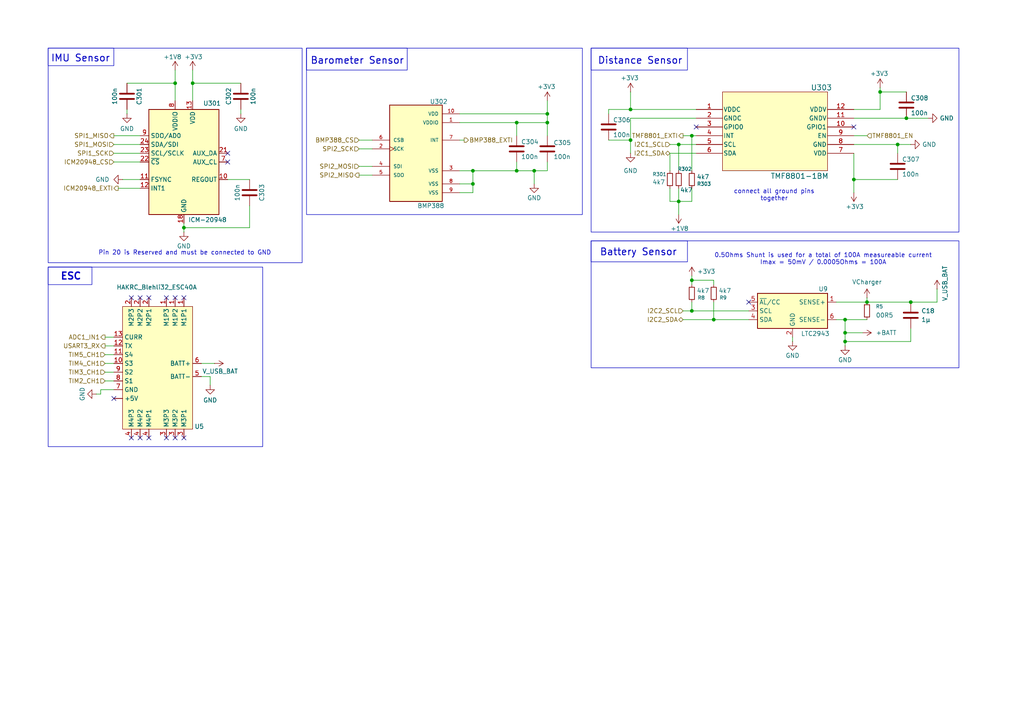
<source format=kicad_sch>
(kicad_sch (version 20250114) (generator "eeschema") (generator_version "9.0")
  (paper "A4")
  (lib_symbols
    (symbol "Battery_Management:LTC2942"
      (property "Reference" "U" (at -10.16 6.35 0))
      (property "Value" "LTC2942" (at 10.16 6.35 0))
      (symbol "LTC2942_0_1"
        (rectangle (start -10.16 5.08) (end 10.16 -5.08) (stroke (width 0.254)) (fill (type background)))
      )
      (symbol "LTC2942_1_1"
        (pin bidirectional line (at -12.7 2.54 0) (length 2.54) (name "~{AL}/CC") (number "5"))
        (pin input line (at -12.7 0 0) (length 2.54) (name "SCL") (number "3"))
        (pin bidirectional line (at -12.7 -2.54 0) (length 2.54) (name "SDA") (number "4"))
        (pin power_in line (at 0 -7.62 90) (length 2.54) (name "GND") (number "2"))
        (pin passive line (at 12.7 2.54 180) (length 2.54) (name "SENSE+") (number "1"))
        (pin passive line (at 12.7 -2.54 180) (length 2.54) (name "SENSE-") (number "6"))
      )
    )
    (symbol "Device:C" (pin_numbers (hide yes)) (pin_names (offset 0.254))
      (property "Reference" "C" (at 0.635 2.54 0))
      (property "Value" "C" (at 0.635 -2.54 0))
      (symbol "C_0_1"
        (polyline (pts (xy -2.032 0.762) (xy 2.032 0.762)) (stroke (width 0.508)))
        (polyline (pts (xy -2.032 -0.762) (xy 2.032 -0.762)) (stroke (width 0.508)))
      )
      (symbol "C_1_1"
        (pin passive line (at 0 3.81 270) (length 2.794) (name "~") (number "1"))
        (pin passive line (at 0 -3.81 90) (length 2.794) (name "~") (number "2"))
      )
    )
    (symbol "Device:R_Small" (pin_numbers (hide yes)) (pin_names (offset 0.254) (hide yes))
      (property "Reference" "R" (at 0 0 90))
      (property "Value" "R_Small" (at 1.778 0 90))
      (symbol "R_Small_0_1"
        (rectangle (start -0.762 1.778) (end 0.762 -1.778) (stroke (width 0.2032)))
      )
      (symbol "R_Small_1_1"
        (pin passive line (at 0 2.54 270) (length 0.762) (name "~") (number "1"))
        (pin passive line (at 0 -2.54 90) (length 0.762) (name "~") (number "2"))
      )
    )
    (symbol "Sensor_Motion:ICM-20948"
      (property "Reference" "U" (at -11.43 16.51 0))
      (property "Value" "ICM-20948" (at 7.62 -16.51 0))
      (symbol "ICM-20948_0_1"
        (rectangle (start -10.16 15.24) (end 10.16 -15.24) (stroke (width 0.254)) (fill (type background)))
      )
      (symbol "ICM-20948_1_1"
        (pin bidirectional line (at -12.7 7.62 0) (length 2.54) (name "SDO/AD0") (number "9"))
        (pin bidirectional line (at -12.7 5.08 0) (length 2.54) (name "SDA/SDI") (number "24"))
        (pin input line (at -12.7 2.54 0) (length 2.54) (name "SCL/SCLK") (number "23"))
        (pin input line (at -12.7 0 0) (length 2.54) (name "~{CS}") (number "22"))
        (pin input line (at -12.7 -5.08 0) (length 2.54) (name "FSYNC") (number "11"))
        (pin output line (at -12.7 -7.62 0) (length 2.54) (name "INT1") (number "12"))
        (pin no_connect line (at -10.16 12.7 0) (length 2.54) (hide yes) (name "NC") (number "1"))
        (pin no_connect line (at -10.16 10.16 0) (length 2.54) (hide yes) (name "NC") (number "2"))
        (pin no_connect line (at -10.16 -2.54 0) (length 2.54) (hide yes) (name "NC") (number "3"))
        (pin no_connect line (at -10.16 -10.16 0) (length 2.54) (hide yes) (name "NC") (number "4"))
        (pin no_connect line (at -10.16 -12.7 0) (length 2.54) (hide yes) (name "NC") (number "5"))
        (pin power_in line (at -2.54 17.78 270) (length 2.54) (name "VDDIO") (number "8"))
        (pin power_in line (at 0 -17.78 90) (length 2.54) (name "GND") (number "18"))
        (pin passive line (at 0 -17.78 90) (length 2.54) (hide yes) (name "GND") (number "20"))
        (pin power_in line (at 2.54 17.78 270) (length 2.54) (name "VDD") (number "13"))
        (pin no_connect line (at 10.16 10.16 180) (length 2.54) (hide yes) (name "NC") (number "6"))
        (pin no_connect line (at 10.16 7.62 180) (length 2.54) (hide yes) (name "NC") (number "14"))
        (pin no_connect line (at 10.16 5.08 180) (length 2.54) (hide yes) (name "NC") (number "15"))
        (pin no_connect line (at 10.16 -7.62 180) (length 2.54) (hide yes) (name "NC") (number "16"))
        (pin no_connect line (at 10.16 -10.16 180) (length 2.54) (hide yes) (name "NC") (number "17"))
        (pin no_connect line (at 10.16 -12.7 180) (length 2.54) (hide yes) (name "RESV") (number "19"))
        (pin bidirectional line (at 12.7 2.54 180) (length 2.54) (name "AUX_DA") (number "21"))
        (pin output line (at 12.7 0 180) (length 2.54) (name "AUX_CL") (number "7"))
        (pin passive line (at 12.7 -5.08 180) (length 2.54) (name "REGOUT") (number "10"))
      )
    )
    (symbol "power:+1V8" (power) (pin_numbers (hide yes)) (pin_names (offset 0) (hide yes))
      (property "Value" "+1V8" (at 0 3.556 0))
      (symbol "+1V8_0_1"
        (polyline (pts (xy -0.762 1.27) (xy 0 2.54)))
        (polyline (pts (xy 0 2.54) (xy 0.762 1.27)))
        (polyline (pts (xy 0 0) (xy 0 2.54)))
      )
      (symbol "+1V8_1_1"
        (pin power_in line (at 0 0 90) (length 0) (name "~") (number "1"))
      )
    )
    (symbol "power:+3.3V" (power) (pin_numbers (hide yes)) (pin_names (offset 0) (hide yes))
      (property "Value" "+3.3V" (at 0 3.556 0))
      (symbol "+3.3V_0_1"
        (polyline (pts (xy -0.762 1.27) (xy 0 2.54)))
        (polyline (pts (xy 0 2.54) (xy 0.762 1.27)))
        (polyline (pts (xy 0 0) (xy 0 2.54)))
      )
      (symbol "+3.3V_1_1"
        (pin power_in line (at 0 0 90) (length 0) (name "~") (number "1"))
      )
    )
    (symbol "power:+BATT" (power) (pin_numbers (hide yes)) (pin_names (offset 0) (hide yes))
      (property "Value" "+BATT" (at 0 3.556 0))
      (symbol "+BATT_0_1"
        (polyline (pts (xy -0.762 1.27) (xy 0 2.54)))
        (polyline (pts (xy 0 2.54) (xy 0.762 1.27)))
        (polyline (pts (xy 0 0) (xy 0 2.54)))
      )
      (symbol "+BATT_1_1"
        (pin power_in line (at 0 0 90) (length 0) (name "~") (number "1"))
      )
    )
    (symbol "power:GND" (power) (pin_numbers (hide yes)) (pin_names (offset 0) (hide yes))
      (property "Value" "GND" (at 0 -3.81 0))
      (symbol "GND_0_1"
        (polyline (pts (xy 0 0) (xy 0 -1.27) (xy 1.27 -1.27) (xy 0 -2.54) (xy -1.27 -1.27) (xy 0 -1.27)))
      )
      (symbol "GND_1_1"
        (pin power_in line (at 0 0 270) (length 0) (name "~") (number "1"))
      )
    )
    (symbol "power:LINE" (power) (pin_numbers (hide yes)) (pin_names (offset 0) (hide yes))
      (property "Value" "LINE" (at 0 3.556 0))
      (symbol "LINE_0_1"
        (polyline (pts (xy -0.762 1.27) (xy 0 2.54)))
        (polyline (pts (xy 0 2.54) (xy 0.762 1.27)))
        (polyline (pts (xy 0 0) (xy 0 2.54)))
      )
      (symbol "LINE_1_1"
        (pin power_in line (at 0 0 90) (length 0) (name "~") (number "1"))
      )
    )
    (symbol "power:VCC" (power) (pin_numbers (hide yes)) (pin_names (offset 0) (hide yes))
      (property "Value" "VCC" (at 0 3.556 0))
      (symbol "VCC_0_1"
        (polyline (pts (xy -0.762 1.27) (xy 0 2.54)))
        (polyline (pts (xy 0 2.54) (xy 0.762 1.27)))
        (polyline (pts (xy 0 0) (xy 0 2.54)))
      )
      (symbol "VCC_1_1"
        (pin power_in line (at 0 0 90) (length 0) (name "~") (number "1"))
      )
    )
    (symbol "shopie-hwLibrary:BMP388" (pin_names (offset 1.016))
      (property "Reference" "U?" (at 6.604 16.256 0))
      (property "Value" "BMP388" (at 4.318 -13.97 0))
      (symbol "BMP388_0_0"
        (rectangle (start -7.62 15.24) (end 7.62 -12.7) (stroke (width 0.254)) (fill (type background)))
        (pin input line (at -12.7 5.08 0) (length 5.08) (name "CSB") (number "6"))
        (pin input clock (at -12.7 2.54 0) (length 5.08) (name "SCK") (number "2"))
        (pin bidirectional line (at -12.7 -2.54 0) (length 5.08) (name "SDI") (number "4"))
        (pin bidirectional line (at -12.7 -5.08 0) (length 5.08) (name "SDO") (number "5"))
        (pin power_in line (at 12.7 12.7 180) (length 5.08) (name "VDD") (number "10"))
        (pin power_in line (at 12.7 10.16 180) (length 5.08) (name "VDDIO") (number "1"))
        (pin output line (at 12.7 5.08 180) (length 5.08) (name "INT") (number "7"))
        (pin power_in line (at 12.7 -3.81 180) (length 5.08) (name "VSS") (number "3"))
        (pin power_in line (at 12.7 -7.62 180) (length 5.08) (name "VSS") (number "8"))
        (pin power_in line (at 12.7 -10.16 180) (length 5.08) (name "VSS") (number "9"))
      )
    )
    (symbol "shopie-hwLibrary:HAKRC_Blehli32_ESC40A"
      (property "Reference" "U" (at 12.954 -11.43 0))
      (property "Value" "HAKRC_Blehli32_ESC40A" (at 0 0 0))
      (symbol "HAKRC_Blehli32_ESC40A_1_1"
        (rectangle (start -17.78 10.16) (end 17.78 -10.16) (fill (type background)))
        (pin input line (at -20.32 7.62 0) (length 2.54) (name "M4P3") (number "4"))
        (pin input line (at -20.32 5.08 0) (length 2.54) (name "M4P2") (number "4"))
        (pin input line (at -20.32 2.54 0) (length 2.54) (name "M4P1") (number "4"))
        (pin input line (at -20.32 -2.54 0) (length 2.54) (name "M3P3") (number "3"))
        (pin input line (at -20.32 -5.08 0) (length 2.54) (name "M3P2") (number "3"))
        (pin input line (at -20.32 -7.62 0) (length 2.54) (name "M3P1") (number "3"))
        (pin power_out line (at -8.89 12.7 270) (length 2.54) (name "+5V") (number ""))
        (pin power_in line (at -6.35 12.7 270) (length 2.54) (name "GND") (number "7"))
        (pin input line (at -3.81 12.7 270) (length 2.54) (name "S1") (number "8"))
        (pin input line (at -2.54 -12.7 90) (length 2.54) (name "BATT-") (number "5"))
        (pin input line (at -1.27 12.7 270) (length 2.54) (name "S2") (number "9"))
        (pin input line (at 1.27 12.7 270) (length 2.54) (name "S3") (number "10"))
        (pin input line (at 1.27 -12.7 90) (length 2.54) (name "BATT+") (number "6"))
        (pin input line (at 3.81 12.7 270) (length 2.54) (name "S4") (number "11"))
        (pin output line (at 6.35 12.7 270) (length 2.54) (name "TX") (number "12"))
        (pin output line (at 8.89 12.7 270) (length 2.54) (name "CURR") (number "13"))
        (pin input line (at 20.32 7.62 180) (length 2.54) (name "M2P3") (number "2"))
        (pin input line (at 20.32 5.08 180) (length 2.54) (name "M2P2") (number "2"))
        (pin input line (at 20.32 2.54 180) (length 2.54) (name "M2P1") (number "2"))
        (pin input line (at 20.32 -2.54 180) (length 2.54) (name "M1P3") (number "1"))
        (pin input line (at 20.32 -5.08 180) (length 2.54) (name "M1P2") (number "1"))
        (pin input line (at 20.32 -7.62 180) (length 2.54) (name "M1P1") (number "1"))
      )
    )
    (symbol "shopie-hwLibrary:TMF8801-1BM" (pin_names (offset 0.254))
      (property "Reference" "U303" (at 36.322 6.35 0))
      (property "Value" "TMF8801-1BM" (at 29.972 -19.304 0))
      (symbol "TMF8801-1BM_1_1"
        (rectangle (start 7.62 5.08) (end 38.1 -17.78) (fill (type background)))
        (pin power_in line (at 0 0 0) (length 7.62) (name "VDDC") (number "1"))
        (pin power_in line (at 0 -2.54 0) (length 7.62) (name "GNDC") (number "2"))
        (pin bidirectional line (at 0 -5.08 0) (length 7.62) (name "GPIO0") (number "3"))
        (pin output line (at 0 -7.62 0) (length 7.62) (name "INT") (number "4"))
        (pin input line (at 0 -10.16 0) (length 7.62) (name "SCL") (number "5"))
        (pin bidirectional line (at 0 -12.7 0) (length 7.62) (name "SDA") (number "6"))
        (pin power_in line (at 45.72 0 180) (length 7.62) (name "VDDV") (number "12"))
        (pin power_in line (at 45.72 -2.54 180) (length 7.62) (name "GNDV") (number "11"))
        (pin bidirectional line (at 45.72 -5.08 180) (length 7.62) (name "GPIO1") (number "10"))
        (pin input line (at 45.72 -7.62 180) (length 7.62) (name "EN") (number "9"))
        (pin power_in line (at 45.72 -10.16 180) (length 7.62) (name "GND") (number "8"))
        (pin power_in line (at 45.72 -12.7 180) (length 7.62) (name "VDD") (number "7"))
      )
    )
  )
  (rectangle (start 171.45 13.97) (end 199.39 20.32))
  (rectangle (start 88.9 13.97) (end 118.11 20.32))
  (rectangle (start 171.45 69.85) (end 199.39 75.946))
  (rectangle (start 13.97 77.47) (end 26.67 82.55))
  (rectangle (start 171.45 13.97) (end 278.13 67.31))
  (rectangle (start 171.45 69.85) (end 278.13 106.68))
  (rectangle (start 13.97 13.97) (end 87.63 76.2))
  (rectangle (start 88.9 13.97) (end 168.91 62.23))
  (rectangle (start 13.97 77.47) (end 76.2 129.54))
  (rectangle (start 13.97 13.97) (end 33.02 19.05))
  (text "Pin 20 is Reserved and must be connected to GND\n" (at 53.594 73.406 0) (effects (font (size 1.27 1.27) (thickness 0.1588))))
  (text "connect all ground pins\ntogether" (at 224.536 56.642 0) (effects (font (size 1.27 1.27))))
  (text "IMU Sensor\n" (at 23.368 17.018 0) (effects (font (size 2 2) (thickness 0.254) (bold yes))))
  (text "Barometer Sensor\n\n" (at 103.632 19.304 0) (effects (font (size 2 2) (thickness 0.254) (bold yes))))
  (text "ESC\n" (at 20.574 80.264 0) (effects (font (size 2 2) (thickness 0.4) (bold yes))))
  (text "Battery Sensor\n\n\n" (at 185.166 76.454 0) (effects (font (size 2 2) (thickness 0.254) (bold yes))))
  (text "Distance Sensor\n\n" (at 185.674 19.304 0) (effects (font (size 2 2) (thickness 0.254) (bold yes))))
  (text "0.5Ohms Shunt is used for a total of 100A measureable current\nImax = 50mV / 0.0005Ohms = 100A" (at 238.76 75.184 0) (effects (font (size 1.27 1.27))))
  (junction (at 264.16 87.63))
  (junction (at 262.89 34.29))
  (junction (at 245.11 96.52))
  (junction (at 196.85 58.42))
  (junction (at 137.16 53.34))
  (junction (at 182.88 40.64))
  (junction (at 200.66 39.37))
  (junction (at 55.88 24.13))
  (junction (at 149.86 49.53))
  (junction (at 158.75 35.56))
  (junction (at 154.94 49.53))
  (junction (at 260.35 41.91))
  (junction (at 182.88 31.75))
  (junction (at 158.75 33.02))
  (junction (at 200.66 81.28))
  (junction (at 53.34 66.04))
  (junction (at 149.86 35.56))
  (junction (at 247.65 52.07))
  (junction (at 207.01 92.71))
  (junction (at 137.16 49.53))
  (junction (at 200.66 90.17))
  (junction (at 245.11 99.06))
  (junction (at 50.8 24.13))
  (junction (at 255.27 26.67))
  (junction (at 196.85 41.91))
  (junction (at 251.46 87.63))
  (junction (at 245.11 92.71))
  (no_connect (at 217.17 87.63))
  (no_connect (at 66.04 44.45))
  (no_connect (at 66.04 46.99))
  (no_connect (at 33.02 115.57))
  (no_connect (at 40.64 127))
  (no_connect (at 247.65 36.83))
  (no_connect (at 53.34 86.36))
  (no_connect (at 40.64 86.36))
  (no_connect (at 50.8 127))
  (no_connect (at 43.18 86.36))
  (no_connect (at 38.1 86.36))
  (no_connect (at 48.26 127))
  (no_connect (at 201.93 36.83))
  (no_connect (at 53.34 127))
  (no_connect (at 48.26 86.36))
  (no_connect (at 50.8 86.36))
  (no_connect (at 43.18 127))
  (no_connect (at 38.1 127))
  (wire (pts (xy 182.88 31.75) (xy 201.93 31.75)))
  (wire (pts (xy 255.27 26.67) (xy 255.27 31.75)))
  (wire (pts (xy 158.75 35.56) (xy 158.75 33.02)))
  (wire (pts (xy 33.02 44.45) (xy 40.64 44.45)))
  (wire (pts (xy 245.11 92.71) (xy 251.46 92.71)))
  (wire (pts (xy 154.94 49.53) (xy 154.94 53.34)))
  (wire (pts (xy 30.48 102.87) (xy 33.02 102.87)))
  (wire (pts (xy 35.56 52.07) (xy 40.64 52.07)))
  (wire (pts (xy 137.16 55.88) (xy 137.16 53.34)))
  (wire (pts (xy 194.31 58.42) (xy 196.85 58.42)))
  (wire (pts (xy 182.88 34.29) (xy 201.93 34.29)))
  (wire (pts (xy 154.94 49.53) (xy 158.75 49.53)))
  (wire (pts (xy 207.01 87.63) (xy 207.01 92.71)))
  (wire (pts (xy 247.65 52.07) (xy 247.65 55.88)))
  (wire (pts (xy 53.34 64.77) (xy 53.34 66.04)))
  (wire (pts (xy 149.86 49.53) (xy 154.94 49.53)))
  (wire (pts (xy 247.65 39.37) (xy 251.46 39.37)))
  (wire (pts (xy 229.87 97.79) (xy 229.87 99.06)))
  (wire (pts (xy 200.66 81.28) (xy 200.66 82.55)))
  (wire (pts (xy 55.88 24.13) (xy 69.85 24.13)))
  (wire (pts (xy 200.66 58.42) (xy 196.85 58.42)))
  (wire (pts (xy 242.57 87.63) (xy 251.46 87.63)))
  (wire (pts (xy 55.88 24.13) (xy 55.88 29.21)))
  (wire (pts (xy 36.83 31.75) (xy 36.83 33.02)))
  (wire (pts (xy 255.27 26.67) (xy 262.89 26.67)))
  (wire (pts (xy 176.53 31.75) (xy 176.53 33.02)))
  (wire (pts (xy 176.53 40.64) (xy 182.88 40.64)))
  (wire (pts (xy 196.85 58.42) (xy 196.85 62.23)))
  (wire (pts (xy 247.65 44.45) (xy 247.65 52.07)))
  (wire (pts (xy 60.96 109.22) (xy 58.42 109.22)))
  (wire (pts (xy 72.39 66.04) (xy 53.34 66.04)))
  (wire (pts (xy 149.86 35.56) (xy 158.75 35.56)))
  (wire (pts (xy 245.11 96.52) (xy 245.11 99.06)))
  (wire (pts (xy 30.48 105.41) (xy 33.02 105.41)))
  (wire (pts (xy 247.65 34.29) (xy 262.89 34.29)))
  (wire (pts (xy 104.14 40.64) (xy 107.95 40.64)))
  (wire (pts (xy 200.66 39.37) (xy 201.93 39.37)))
  (wire (pts (xy 29.21 114.3) (xy 29.21 113.03)))
  (wire (pts (xy 72.39 59.69) (xy 72.39 66.04)))
  (wire (pts (xy 137.16 49.53) (xy 137.16 53.34)))
  (wire (pts (xy 149.86 39.37) (xy 149.86 35.56)))
  (wire (pts (xy 36.83 24.13) (xy 50.8 24.13)))
  (wire (pts (xy 55.88 20.32) (xy 55.88 24.13)))
  (wire (pts (xy 149.86 49.53) (xy 149.86 46.99)))
  (wire (pts (xy 262.89 34.29) (xy 269.24 34.29)))
  (wire (pts (xy 247.65 31.75) (xy 255.27 31.75)))
  (wire (pts (xy 104.14 50.8) (xy 107.95 50.8)))
  (wire (pts (xy 158.75 49.53) (xy 158.75 46.99)))
  (wire (pts (xy 60.96 111.76) (xy 60.96 109.22)))
  (wire (pts (xy 176.53 31.75) (xy 182.88 31.75)))
  (wire (pts (xy 133.35 49.53) (xy 137.16 49.53)))
  (wire (pts (xy 194.31 41.91) (xy 196.85 41.91)))
  (wire (pts (xy 133.35 33.02) (xy 158.75 33.02)))
  (wire (pts (xy 264.16 87.63) (xy 271.78 87.63)))
  (wire (pts (xy 207.01 92.71) (xy 217.17 92.71)))
  (wire (pts (xy 29.21 113.03) (xy 33.02 113.03)))
  (wire (pts (xy 200.66 54.61) (xy 200.66 58.42)))
  (wire (pts (xy 30.48 97.79) (xy 33.02 97.79)))
  (wire (pts (xy 50.8 29.21) (xy 50.8 24.13)))
  (wire (pts (xy 242.57 92.71) (xy 245.11 92.71)))
  (wire (pts (xy 198.12 92.71) (xy 207.01 92.71)))
  (wire (pts (xy 207.01 81.28) (xy 207.01 82.55)))
  (wire (pts (xy 247.65 52.07) (xy 260.35 52.07)))
  (wire (pts (xy 194.31 44.45) (xy 201.93 44.45)))
  (wire (pts (xy 69.85 33.02) (xy 69.85 31.75)))
  (wire (pts (xy 247.65 41.91) (xy 260.35 41.91)))
  (wire (pts (xy 133.35 55.88) (xy 137.16 55.88)))
  (wire (pts (xy 30.48 110.49) (xy 33.02 110.49)))
  (wire (pts (xy 196.85 41.91) (xy 196.85 49.53)))
  (wire (pts (xy 264.16 99.06) (xy 245.11 99.06)))
  (wire (pts (xy 66.04 52.07) (xy 72.39 52.07)))
  (wire (pts (xy 27.94 114.3) (xy 29.21 114.3)))
  (wire (pts (xy 271.78 83.82) (xy 271.78 87.63)))
  (wire (pts (xy 200.66 80.01) (xy 200.66 81.28)))
  (wire (pts (xy 260.35 41.91) (xy 260.35 44.45)))
  (wire (pts (xy 194.31 44.45) (xy 194.31 49.53)))
  (wire (pts (xy 33.02 46.99) (xy 40.64 46.99)))
  (wire (pts (xy 33.02 41.91) (xy 40.64 41.91)))
  (wire (pts (xy 251.46 87.63) (xy 264.16 87.63)))
  (wire (pts (xy 133.35 53.34) (xy 137.16 53.34)))
  (wire (pts (xy 33.02 39.37) (xy 40.64 39.37)))
  (wire (pts (xy 137.16 49.53) (xy 149.86 49.53)))
  (wire (pts (xy 200.66 39.37) (xy 200.66 49.53)))
  (wire (pts (xy 196.85 58.42) (xy 196.85 54.61)))
  (wire (pts (xy 250.19 96.52) (xy 245.11 96.52)))
  (wire (pts (xy 182.88 40.64) (xy 182.88 44.45)))
  (wire (pts (xy 245.11 92.71) (xy 245.11 96.52)))
  (wire (pts (xy 255.27 25.4) (xy 255.27 26.67)))
  (wire (pts (xy 50.8 20.32) (xy 50.8 24.13)))
  (wire (pts (xy 200.66 90.17) (xy 217.17 90.17)))
  (wire (pts (xy 200.66 81.28) (xy 207.01 81.28)))
  (wire (pts (xy 158.75 39.37) (xy 158.75 35.56)))
  (wire (pts (xy 194.31 54.61) (xy 194.31 58.42)))
  (wire (pts (xy 251.46 86.36) (xy 251.46 87.63)))
  (wire (pts (xy 58.42 105.41) (xy 62.23 105.41)))
  (wire (pts (xy 198.12 39.37) (xy 200.66 39.37)))
  (wire (pts (xy 182.88 40.64) (xy 182.88 34.29)))
  (wire (pts (xy 104.14 48.26) (xy 107.95 48.26)))
  (wire (pts (xy 158.75 29.21) (xy 158.75 33.02)))
  (wire (pts (xy 133.35 40.64) (xy 134.62 40.64)))
  (wire (pts (xy 30.48 100.33) (xy 33.02 100.33)))
  (wire (pts (xy 198.12 90.17) (xy 200.66 90.17)))
  (wire (pts (xy 260.35 41.91) (xy 264.16 41.91)))
  (wire (pts (xy 196.85 41.91) (xy 201.93 41.91)))
  (wire (pts (xy 30.48 107.95) (xy 33.02 107.95)))
  (wire (pts (xy 182.88 26.67) (xy 182.88 31.75)))
  (wire (pts (xy 264.16 95.25) (xy 264.16 99.06)))
  (wire (pts (xy 53.34 67.31) (xy 53.34 66.04)))
  (wire (pts (xy 104.14 43.18) (xy 107.95 43.18)))
  (wire (pts (xy 133.35 35.56) (xy 149.86 35.56)))
  (wire (pts (xy 200.66 87.63) (xy 200.66 90.17)))
  (wire (pts (xy 34.29 54.61) (xy 40.64 54.61)))
  (wire (pts (xy 245.11 99.06) (xy 245.11 100.33)))
  (hierarchical_label "SPI2_SCK" (shape input) (at 104.14 43.18 180))
  (hierarchical_label "I2C2_SCL" (shape input) (at 198.12 90.17 180))
  (hierarchical_label "TIM3_CH1" (shape input) (at 30.48 107.95 180))
  (hierarchical_label "TMF8801_EXTI" (shape output) (at 198.12 39.37 180))
  (hierarchical_label "SPI2_MOSI" (shape input) (at 104.14 48.26 180))
  (hierarchical_label "SPI2_MISO" (shape output) (at 104.14 50.8 180))
  (hierarchical_label "TMF8801_EN" (shape input) (at 251.46 39.37 0))
  (hierarchical_label "TIM5_CH1" (shape input) (at 30.48 102.87 180))
  (hierarchical_label "I2C1_SCL" (shape input) (at 194.31 41.91 180))
  (hierarchical_label "TIM2_CH1" (shape input) (at 30.48 110.49 180))
  (hierarchical_label "TIM4_CH1" (shape input) (at 30.48 105.41 180))
  (hierarchical_label "ICM20948_CS" (shape input) (at 33.02 46.99 180))
  (hierarchical_label "SPI1_MOSI" (shape input) (at 33.02 41.91 180))
  (hierarchical_label "I2C1_SDA" (shape bidirectional) (at 194.31 44.45 180))
  (hierarchical_label "BMP388_EXTI" (shape output) (at 134.62 40.64 0))
  (hierarchical_label "ADC1_IN1" (shape output) (at 30.48 97.79 180))
  (hierarchical_label "I2C2_SDA" (shape bidirectional) (at 198.12 92.71 180))
  (hierarchical_label "ICM20948_EXTI" (shape output) (at 34.29 54.61 180))
  (hierarchical_label "BMP388_CS" (shape input) (at 104.14 40.64 180))
  (hierarchical_label "SPI1_MISO" (shape output) (at 33.02 39.37 180))
  (hierarchical_label "USART3_RX" (shape output) (at 30.48 100.33 180))
  (hierarchical_label "SPI1_SCK" (shape input) (at 33.02 44.45 180))
  (symbol (lib_id "shopie-hwLibrary:BMP388") (at 120.65 45.72 0) (unit 1)
    (property "Reference" "U302" (at 127.254 29.464 0))
    (property "Value" "BMP388" (at 124.968 59.69 0))
    (property "Footprint" "ShopieLibrary:BMP388" (effects (hide yes)))
    (property "MF" "Bosch Sensortec" (effects (hide yes)))
    (property "Description_1" "Pressure Sensor 4.35PSI ~ 18.13PSI (30kPa ~ 125kPa) Absolute - - 10-WFLGA" (effects (hide yes)))
    (property "Package" "WFLGA-10 Bosch Tools" (effects (hide yes)))
    (property "Price" "None" (effects (hide yes)))
    (property "Check_prices" "https://www.snapeda.com/parts/BMP388/Bosch/view-part/?ref=eda" (effects (hide yes)))
    (property "STANDARD" "IPC 7351B" (effects (hide yes)))
    (property "PARTREV" "1.1" (effects (hide yes)))
    (property "SnapEDA_Link" "https://www.snapeda.com/parts/BMP388/Bosch/view-part/?ref=snap" (effects (hide yes)))
    (property "MP" "BMP388" (effects (hide yes)))
    (property "Availability" "In Stock" (effects (hide yes)))
    (property "MANUFACTURER" "BOSCH" (effects (hide yes)))
  )
  (symbol (lib_id "power:GND") (at 154.94 53.34 0) (unit 1)
    (property "Reference" "#PWR0108" (effects (hide yes)))
    (property "Value" "GND" (at 154.94 57.404 0))
    (property "Description" "Power symbol creates a global label with name \"GND\" , ground" (effects (hide yes)))
  )
  (symbol (lib_id "power:+3.3V") (at 200.66 80.01 0) (unit 1)
    (property "Reference" "#PWR054" (effects (hide yes)))
    (property "Value" "+3V3" (at 202.184 78.74 0) (effects (justify left)))
    (property "Description" "Power symbol creates a global label with name \"+3.3V\"" (effects (hide yes)))
  )
  (symbol (lib_id "power:+1V8") (at 50.8 20.32 0) (unit 1)
    (property "Reference" "#PWR0101" (effects (hide yes)))
    (property "Value" "+1V8" (at 50.038 16.51 0))
    (property "Description" "Power symbol creates a global label with name \"+1V8\"" (effects (hide yes)))
  )
  (symbol (lib_id "Device:R_Small") (at 207.01 85.09 0) (unit 1)
    (property "Reference" "R9" (at 210.82 86.36 0) (effects (font (size 1.016 1.016)) (justify right)))
    (property "Value" "4k7" (at 212.09 84.328 0) (effects (justify right)))
    (property "Footprint" "ShopieLibrary:RC0603FR-074K7L" (effects (hide yes)))
    (property "Datasheet" "https://lcsc.com/datasheet/lcsc_datasheet_2506161100_YAGEO-RC0603FR-074K7L_C99782.pdf" (effects (hide yes)))
    (property "Description" "RC0603FR-074K7L" (effects (hide yes)))
  )
  (symbol (lib_id "power:GND") (at 36.83 33.02 0) (unit 1)
    (property "Reference" "#PWR0105" (effects (hide yes)))
    (property "Value" "GND" (at 36.83 37.338 0))
    (property "Description" "Power symbol creates a global label with name \"GND\" , ground" (effects (hide yes)))
  )
  (symbol (lib_id "power:+3.3V") (at 158.75 29.21 0) (unit 1)
    (property "Reference" "#PWR0107" (effects (hide yes)))
    (property "Value" "+3V3" (at 158.496 25.146 0))
    (property "Description" "Power symbol creates a global label with name \"+3.3V\"" (effects (hide yes)))
  )
  (symbol (lib_id "power:GND") (at 245.11 100.33 0) (unit 1)
    (property "Reference" "#PWR037" (effects (hide yes)))
    (property "Value" "GND" (at 245.11 104.394 0))
    (property "Description" "Power symbol creates a global label with name \"GND\" , ground" (effects (hide yes)))
  )
  (symbol (lib_id "power:LINE") (at 271.78 83.82 0) (unit 1)
    (property "Reference" "#PWR035" (effects (hide yes)))
    (property "Value" "V_USB_BAT" (at 274.066 87.376 90) (effects (justify left)))
    (property "Description" "Power symbol creates a global label with name \"LINE\"" (effects (hide yes)))
  )
  (symbol (lib_id "Device:C") (at 260.35 48.26 0) (unit 1)
    (property "Reference" "C307" (at 261.62 46.228 0) (effects (justify left)))
    (property "Value" "100n" (at 261.62 50.546 0) (effects (justify left)))
    (property "Footprint" "ShopieLibrary:CL21B104KBCNNNC" (effects (hide yes)))
    (property "Datasheet" "https://lcsc.com/datasheet/lcsc_datasheet_2304140030_Samsung-Electro-Mechanics-CL21B104KBCNNNC_C1711.pdf" (effects (hide yes)))
    (property "Description" "CL21B104KBCNNNC" (effects (hide yes)))
  )
  (symbol (lib_id "power:+3.3V") (at 196.85 62.23 180) (unit 1)
    (property "Reference" "#PWR0111" (effects (hide yes)))
    (property "Value" "+1V8" (at 197.104 66.294 0))
    (property "Description" "Power symbol creates a global label with name \"+3.3V\"" (effects (hide yes)))
  )
  (symbol (lib_id "power:+3.3V") (at 182.88 26.67 0) (unit 1)
    (property "Reference" "#PWR0109" (effects (hide yes)))
    (property "Value" "+3V3" (at 182.626 22.606 0))
    (property "Description" "Power symbol creates a global label with name \"+3.3V\"" (effects (hide yes)))
  )
  (symbol (lib_id "Device:C") (at 36.83 27.94 180) (unit 1)
    (property "Reference" "C301" (at 40.386 27.94 90))
    (property "Value" "100n" (at 33.274 27.94 90))
    (property "Footprint" "ShopieLibrary:CL21B104KBCNNNC" (effects (hide yes)))
    (property "Datasheet" "https://lcsc.com/datasheet/lcsc_datasheet_2304140030_Samsung-Electro-Mechanics-CL21B104KBCNNNC_C1711.pdf" (effects (hide yes)))
    (property "Description" "CL21B104KBCNNNC" (effects (hide yes)))
  )
  (symbol (lib_id "power:GND") (at 60.96 111.76 0) (unit 1)
    (property "Reference" "#PWR045" (effects (hide yes)))
    (property "Value" "GND" (at 62.992 116.078 0) (effects (justify right)))
    (property "Description" "Power symbol creates a global label with name \"GND\" , ground" (effects (hide yes)))
  )
  (symbol (lib_id "Device:R_Small") (at 196.85 52.07 0) (unit 1)
    (property "Reference" "R302" (at 200.66 49.022 0) (effects (font (size 1.016 1.016)) (justify right)))
    (property "Value" "4k7" (at 200.914 55.118 0) (effects (justify right)))
    (property "Footprint" "ShopieLibrary:RC0603FR-074K7L" (effects (hide yes)))
    (property "Datasheet" "https://lcsc.com/datasheet/lcsc_datasheet_2506161100_YAGEO-RC0603FR-074K7L_C99782.pdf" (effects (hide yes)))
    (property "Description" "RC0603FR-074K7L" (effects (hide yes)))
  )
  (symbol (lib_id "power:GND") (at 269.24 34.29 90) (unit 1)
    (property "Reference" "#PWR0114" (effects (hide yes)))
    (property "Value" "GND" (at 272.542 34.29 90) (effects (justify right)))
    (property "Description" "Power symbol creates a global label with name \"GND\" , ground" (effects (hide yes)))
  )
  (symbol (lib_id "Device:R_Small") (at 194.31 52.07 180) (unit 1)
    (property "Reference" "R301" (at 189.23 50.546 0) (effects (font (size 1.016 1.016)) (justify right)))
    (property "Value" "4k7" (at 189.23 52.832 0) (effects (justify right)))
    (property "Footprint" "ShopieLibrary:RC0603FR-074K7L" (effects (hide yes)))
    (property "Datasheet" "https://lcsc.com/datasheet/lcsc_datasheet_2506161100_YAGEO-RC0603FR-074K7L_C99782.pdf" (effects (hide yes)))
    (property "Description" "RC0603FR-074K7L" (effects (hide yes)))
  )
  (symbol (lib_id "Device:C") (at 72.39 55.88 180) (unit 1)
    (property "Reference" "C303" (at 75.946 55.88 90))
    (property "Value" "100n" (at 68.834 55.88 90))
    (property "Footprint" "ShopieLibrary:CL21B104KBCNNNC" (effects (hide yes)))
    (property "Datasheet" "https://lcsc.com/datasheet/lcsc_datasheet_2304140030_Samsung-Electro-Mechanics-CL21B104KBCNNNC_C1711.pdf" (effects (hide yes)))
    (property "Description" "CL21B104KBCNNNC" (effects (hide yes)))
  )
  (symbol (lib_id "Device:C") (at 264.16 91.44 0) (unit 1)
    (property "Reference" "C18" (at 267.208 90.17 0) (effects (justify left)))
    (property "Value" "1µ" (at 267.208 92.71 0) (effects (justify left)))
    (property "Footprint" "ShopieLibrary:CL21B105KBFNNNE" (effects (hide yes)))
    (property "Datasheet" "https://lcsc.com/datasheet/lcsc_datasheet_2304140030_Samsung-Electro-Mechanics-CL21B105KBFNNNE_C28323.pdf" (effects (hide yes)))
    (property "Description" "CL21B105KBFNNNE" (effects (hide yes)))
  )
  (symbol (lib_id "Device:R_Small") (at 251.46 90.17 0) (unit 1)
    (property "Reference" "R5" (at 254 88.8999 0) (effects (font (size 1.016 1.016)) (justify left)))
    (property "Value" "00R5" (at 254 91.4399 0) (effects (justify left)))
    (property "Footprint" "ShopieLibrary:WSLP3921L5000FEA" (effects (hide yes)))
    (property "Datasheet" "https://lcsc.com/datasheet/lcsc_datasheet_2410121736_Vishay-Intertech-WSLP3921L5000FEA_C413491.pdf" (effects (hide yes)))
    (property "Description" "WSLP3921L5000FEA" (effects (hide yes)))
  )
  (symbol (lib_id "power:GND") (at 229.87 99.06 0) (unit 1)
    (property "Reference" "#PWR053" (effects (hide yes)))
    (property "Value" "GND" (at 229.87 103.124 0))
    (property "Description" "Power symbol creates a global label with name \"GND\" , ground" (effects (hide yes)))
  )
  (symbol (lib_id "Device:C") (at 262.89 30.48 0) (unit 1)
    (property "Reference" "C308" (at 264.16 28.448 0) (effects (justify left)))
    (property "Value" "100n" (at 264.16 32.766 0) (effects (justify left)))
    (property "Footprint" "ShopieLibrary:CL21B104KBCNNNC" (effects (hide yes)))
    (property "Datasheet" "https://lcsc.com/datasheet/lcsc_datasheet_2304140030_Samsung-Electro-Mechanics-CL21B104KBCNNNC_C1711.pdf" (effects (hide yes)))
    (property "Description" "CL21B104KBCNNNC" (effects (hide yes)))
  )
  (symbol (lib_id "Device:C") (at 69.85 27.94 0) (unit 1)
    (property "Reference" "C302" (at 66.294 27.94 90))
    (property "Value" "100n" (at 73.406 27.94 90))
    (property "Footprint" "ShopieLibrary:CL21B104KBCNNNC" (effects (hide yes)))
    (property "Datasheet" "https://lcsc.com/datasheet/lcsc_datasheet_2304140030_Samsung-Electro-Mechanics-CL21B104KBCNNNC_C1711.pdf" (effects (hide yes)))
    (property "Description" "CL21B104KBCNNNC" (effects (hide yes)))
  )
  (symbol (lib_id "power:GND") (at 53.34 67.31 0) (unit 1)
    (property "Reference" "#PWR0104" (effects (hide yes)))
    (property "Value" "GND" (at 53.34 71.374 0))
    (property "Description" "Power symbol creates a global label with name \"GND\" , ground" (effects (hide yes)))
  )
  (symbol (lib_id "power:+BATT") (at 250.19 96.52 270) (unit 1)
    (property "Reference" "#PWR034" (effects (hide yes)))
    (property "Value" "+BATT" (at 254 96.5199 90) (effects (justify left)))
    (property "Description" "Power symbol creates a global label with name \"+BATT\"" (effects (hide yes)))
  )
  (symbol (lib_id "power:GND") (at 264.16 41.91 90) (unit 1)
    (property "Reference" "#PWR0113" (effects (hide yes)))
    (property "Value" "GND" (at 267.462 41.91 90) (effects (justify right)))
    (property "Description" "Power symbol creates a global label with name \"GND\" , ground" (effects (hide yes)))
  )
  (symbol (lib_id "shopie-hwLibrary:TMF8801-1BM") (at 201.93 31.75 0) (unit 1)
    (property "Reference" "U303" (at 238.252 25.4 0) (effects (font (size 1.524 1.524))))
    (property "Value" "TMF8801-1BM" (at 231.902 51.054 0) (effects (font (size 1.524 1.524))))
    (property "Footprint" "ShopieLibrary:TMF8801-1BM_AMS" (effects (hide yes)))
    (property "Datasheet" "TMF8801-1BM" (effects (hide yes)))
  )
  (symbol (lib_id "Device:C") (at 149.86 43.18 0) (unit 1)
    (property "Reference" "C304" (at 151.13 41.148 0) (effects (justify left)))
    (property "Value" "100n" (at 151.13 45.466 0) (effects (justify left)))
    (property "Footprint" "ShopieLibrary:CL21B104KBCNNNC" (effects (hide yes)))
    (property "Datasheet" "https://lcsc.com/datasheet/lcsc_datasheet_2304140030_Samsung-Electro-Mechanics-CL21B104KBCNNNC_C1711.pdf" (effects (hide yes)))
    (property "Description" "CL21B104KBCNNNC" (effects (hide yes)))
  )
  (symbol (lib_id "Device:R_Small") (at 200.66 52.07 0) (unit 1)
    (property "Reference" "R303" (at 206.248 53.34 0) (effects (font (size 1.016 1.016)) (justify right)))
    (property "Value" "4k7" (at 205.74 51.308 0) (effects (justify right)))
    (property "Footprint" "ShopieLibrary:RC0603FR-074K7L" (effects (hide yes)))
    (property "Datasheet" "https://lcsc.com/datasheet/lcsc_datasheet_2506161100_YAGEO-RC0603FR-074K7L_C99782.pdf" (effects (hide yes)))
    (property "Description" "RC0603FR-074K7L" (effects (hide yes)))
  )
  (symbol (lib_id "shopie-hwLibrary:HAKRC_Blehli32_ESC40A") (at 45.72 106.68 90) (unit 1)
    (property "Reference" "U5" (at 59.182 123.698 90) (effects (justify left)))
    (property "Value" "HAKRC_Blehli32_ESC40A" (at 57.15 83.312 90) (effects (justify left)))
    (property "Footprint" "ShopieLibrary:HAKRC_Blehli32_ESC40A" (effects (hide yes)))
  )
  (symbol (lib_id "power:LINE") (at 62.23 105.41 270) (unit 1)
    (property "Reference" "#PWR044" (effects (hide yes)))
    (property "Value" "V_USB_BAT" (at 58.674 107.696 90) (effects (justify left)))
    (property "Description" "Power symbol creates a global label with name \"LINE\"" (effects (hide yes)))
  )
  (symbol (lib_id "power:+3.3V") (at 255.27 25.4 0) (unit 1)
    (property "Reference" "#PWR0115" (effects (hide yes)))
    (property "Value" "+3V3" (at 255.016 21.336 0))
    (property "Description" "Power symbol creates a global label with name \"+3.3V\"" (effects (hide yes)))
  )
  (symbol (lib_id "power:VCC") (at 251.46 86.36 0) (unit 1)
    (property "Reference" "#PWR039" (effects (hide yes)))
    (property "Value" "VCharger" (at 251.46 81.788 0))
    (property "Description" "Power symbol creates a global label with name \"VCC\"" (effects (hide yes)))
  )
  (symbol (lib_id "Device:R_Small") (at 200.66 85.09 0) (unit 1)
    (property "Reference" "R8" (at 204.47 86.36 0) (effects (font (size 1.016 1.016)) (justify right)))
    (property "Value" "4k7" (at 205.74 84.328 0) (effects (justify right)))
    (property "Footprint" "ShopieLibrary:RC0603FR-074K7L" (effects (hide yes)))
    (property "Datasheet" "https://lcsc.com/datasheet/lcsc_datasheet_2506161100_YAGEO-RC0603FR-074K7L_C99782.pdf" (effects (hide yes)))
    (property "Description" "RC0603FR-074K7L" (effects (hide yes)))
  )
  (symbol (lib_id "power:GND") (at 35.56 52.07 270) (unit 1)
    (property "Reference" "#PWR0103" (effects (hide yes)))
    (property "Value" "GND" (at 31.75 52.0699 90) (effects (justify right)))
    (property "Description" "Power symbol creates a global label with name \"GND\" , ground" (effects (hide yes)))
  )
  (symbol (lib_id "power:GND") (at 182.88 44.45 0) (unit 1)
    (property "Reference" "#PWR0110" (effects (hide yes)))
    (property "Value" "GND" (at 182.88 49.53 0))
    (property "Description" "Power symbol creates a global label with name \"GND\" , ground" (effects (hide yes)))
  )
  (symbol (lib_id "power:GND") (at 69.85 33.02 0) (unit 1)
    (property "Reference" "#PWR0102" (effects (hide yes)))
    (property "Value" "GND" (at 69.85 37.338 0))
    (property "Description" "Power symbol creates a global label with name \"GND\" , ground" (effects (hide yes)))
  )
  (symbol (lib_id "power:+3.3V") (at 55.88 20.32 0) (unit 1)
    (property "Reference" "#PWR0106" (effects (hide yes)))
    (property "Value" "+3V3" (at 56.134 16.51 0))
    (property "Description" "Power symbol creates a global label with name \"+3.3V\"" (effects (hide yes)))
  )
  (symbol (lib_id "Battery_Management:LTC2942") (at 229.87 90.17 0) (unit 1)
    (property "Reference" "U9" (at 238.76 83.82 0))
    (property "Value" "LTC2943" (at 236.474 96.774 0))
    (property "Footprint" "Package_DFN_QFN:DFN-6-1EP_3x2mm_P0.5mm_EP1.65x1.35mm" (effects (hide yes)))
    (property "Datasheet" "https://www.analog.com/media/en/technical-documentation/data-sheets/2942fa.pdf" (effects (hide yes)))
    (property "Description" "Battery Gas Gauge with Temperature, Voltage Measurement, DFN-6" (effects (hide yes)))
  )
  (symbol (lib_id "Device:C") (at 176.53 36.83 0) (unit 1)
    (property "Reference" "C306" (at 177.8 34.798 0) (effects (justify left)))
    (property "Value" "100n" (at 177.8 39.116 0) (effects (justify left)))
    (property "Footprint" "ShopieLibrary:CL21B104KBCNNNC" (effects (hide yes)))
    (property "Datasheet" "https://lcsc.com/datasheet/lcsc_datasheet_2304140030_Samsung-Electro-Mechanics-CL21B104KBCNNNC_C1711.pdf" (effects (hide yes)))
    (property "Description" "CL21B104KBCNNNC" (effects (hide yes)))
  )
  (symbol (lib_id "Sensor_Motion:ICM-20948") (at 53.34 46.99 0) (unit 1)
    (property "Reference" "U301" (at 58.928 29.972 0) (effects (justify left)))
    (property "Value" "ICM-20948" (at 54.61 63.754 0) (effects (justify left)))
    (property "Footprint" "Sensor_Motion:InvenSense_QFN-24_3x3mm_P0.4mm" (effects (hide yes)))
    (property "Datasheet" "http://www.invensense.com/wp-content/uploads/2016/06/DS-000189-ICM-20948-v1.3.pdf" (effects (hide yes)))
    (property "Description" "InvenSense 9-Axis Motion Sensor, Accelerometer, Gyroscope, Compass, I2C/SPI, QFN-24" (effects (hide yes)))
  )
  (symbol (lib_id "Device:C") (at 158.75 43.18 0) (unit 1)
    (property "Reference" "C305" (at 160.528 41.402 0) (effects (justify left)))
    (property "Value" "100n" (at 160.528 45.466 0) (effects (justify left)))
    (property "Footprint" "ShopieLibrary:CL21B104KBCNNNC" (effects (hide yes)))
    (property "Datasheet" "https://lcsc.com/datasheet/lcsc_datasheet_2304140030_Samsung-Electro-Mechanics-CL21B104KBCNNNC_C1711.pdf" (effects (hide yes)))
    (property "Description" "CL21B104KBCNNNC" (effects (hide yes)))
  )
  (symbol (lib_id "power:GND") (at 27.94 114.3 270) (unit 1)
    (property "Reference" "#PWR043" (effects (hide yes)))
    (property "Value" "GND" (at 23.876 114.3 0))
    (property "Description" "Power symbol creates a global label with name \"GND\" , ground" (effects (hide yes)))
  )
  (symbol (lib_id "power:+3.3V") (at 247.65 55.88 180) (unit 1)
    (property "Reference" "#PWR0112" (effects (hide yes)))
    (property "Value" "+3V3" (at 247.904 59.944 0))
    (property "Description" "Power symbol creates a global label with name \"+3.3V\"" (effects (hide yes)))
  )
)
</source>
